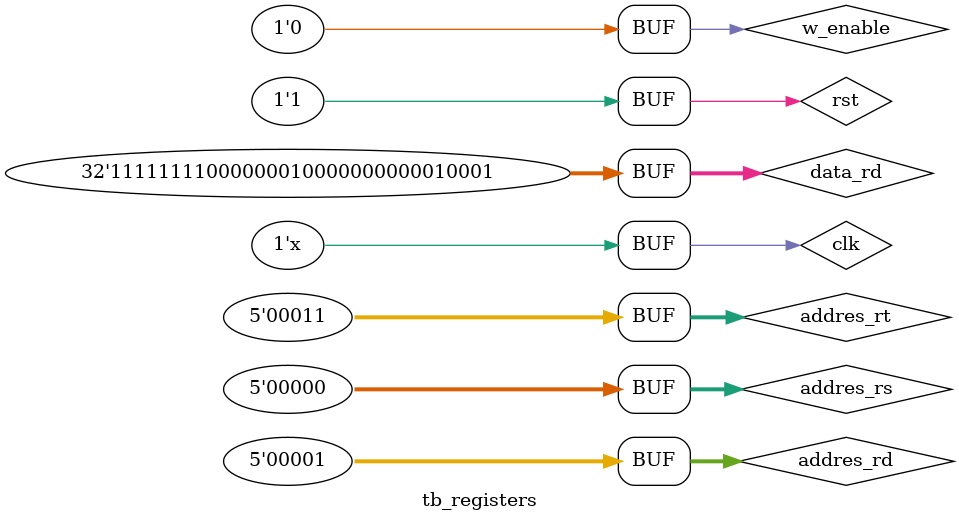
<source format=v>
`timescale 1ns / 1ps


module tb_registers();

    reg clk;
    reg rst;
    reg w_enable;
    reg [4:0] addres_rs;
    reg [4:0] addres_rt;
    reg [4:0] addres_rd;
    reg [31:0] data_rd;
    wire [31:0] data_rs;
    wire [31:0] data_rt;

    initial begin
    
        clk = 0;
        rst = 0;
        data_rd=0;
        w_enable = 0;
        addres_rs = 0;
        addres_rt = 0;
        addres_rd = 0;
        data_rd = 0;

        #100
        rst = 1;
        
        #100
        w_enable = 1;
        addres_rd = 5'b00011;
        data_rd = 'hff010000;
        #2 
        w_enable = 1;
        addres_rd = 5'b00001;
        data_rd = 'hff010011;
        #2
        w_enable = 0;
        addres_rs = 5'b00001;
        addres_rt = 5'b00000;
        #2
        addres_rs = 5'b00000;
        addres_rt = 5'b00011;
                
    end

    always #1 clk = ~clk;

    registers u_registers(
        .clk(clk),
        .rst(rst),
        .i_wenable(w_enable),
        .i_addres_rs(addres_rs),
        .i_addres_rt(addres_rt),
        .i_addres_rd(addres_rd),
        .i_data_rd(data_rd),
        .o_data_rs(data_rs),
        .o_data_rt(data_rt)
    );

endmodule

</source>
